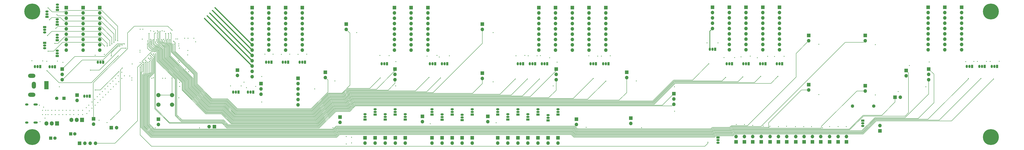
<source format=gbl>
G04 #@! TF.GenerationSoftware,KiCad,Pcbnew,7.0.9*
G04 #@! TF.CreationDate,2024-04-05T10:46:57+01:00*
G04 #@! TF.ProjectId,mcpElectronicsv2,6d637045-6c65-4637-9472-6f6e69637376,rev?*
G04 #@! TF.SameCoordinates,Original*
G04 #@! TF.FileFunction,Copper,L4,Bot*
G04 #@! TF.FilePolarity,Positive*
%FSLAX46Y46*%
G04 Gerber Fmt 4.6, Leading zero omitted, Abs format (unit mm)*
G04 Created by KiCad (PCBNEW 7.0.9) date 2024-04-05 10:46:57*
%MOMM*%
%LPD*%
G01*
G04 APERTURE LIST*
G04 #@! TA.AperFunction,ComponentPad*
%ADD10R,1.700000X1.700000*%
G04 #@! TD*
G04 #@! TA.AperFunction,ComponentPad*
%ADD11O,1.700000X1.700000*%
G04 #@! TD*
G04 #@! TA.AperFunction,ComponentPad*
%ADD12C,2.000000*%
G04 #@! TD*
G04 #@! TA.AperFunction,ComponentPad*
%ADD13R,1.050000X1.500000*%
G04 #@! TD*
G04 #@! TA.AperFunction,ComponentPad*
%ADD14O,1.050000X1.500000*%
G04 #@! TD*
G04 #@! TA.AperFunction,ComponentPad*
%ADD15R,1.500000X1.050000*%
G04 #@! TD*
G04 #@! TA.AperFunction,ComponentPad*
%ADD16O,1.500000X1.050000*%
G04 #@! TD*
G04 #@! TA.AperFunction,ComponentPad*
%ADD17R,1.905000X2.000000*%
G04 #@! TD*
G04 #@! TA.AperFunction,ComponentPad*
%ADD18O,1.905000X2.000000*%
G04 #@! TD*
G04 #@! TA.AperFunction,ComponentPad*
%ADD19R,2.000000X4.000000*%
G04 #@! TD*
G04 #@! TA.AperFunction,ComponentPad*
%ADD20O,2.000000X3.300000*%
G04 #@! TD*
G04 #@! TA.AperFunction,ComponentPad*
%ADD21O,3.500000X2.000000*%
G04 #@! TD*
G04 #@! TA.AperFunction,ComponentPad*
%ADD22C,7.600000*%
G04 #@! TD*
G04 #@! TA.AperFunction,ComponentPad*
%ADD23R,1.600000X1.600000*%
G04 #@! TD*
G04 #@! TA.AperFunction,ComponentPad*
%ADD24C,1.600000*%
G04 #@! TD*
G04 #@! TA.AperFunction,ComponentPad*
%ADD25O,1.600000X1.600000*%
G04 #@! TD*
G04 #@! TA.AperFunction,ComponentPad*
%ADD26O,2.100000X1.000000*%
G04 #@! TD*
G04 #@! TA.AperFunction,ComponentPad*
%ADD27O,1.600000X1.000000*%
G04 #@! TD*
G04 #@! TA.AperFunction,ViaPad*
%ADD28C,0.450000*%
G04 #@! TD*
G04 #@! TA.AperFunction,Conductor*
%ADD29C,0.300000*%
G04 #@! TD*
G04 #@! TA.AperFunction,Conductor*
%ADD30C,0.200000*%
G04 #@! TD*
G04 #@! TA.AperFunction,Conductor*
%ADD31C,0.500000*%
G04 #@! TD*
G04 APERTURE END LIST*
D10*
X460000000Y-275290000D03*
D11*
X460000000Y-272750000D03*
D12*
X139250000Y-253000000D03*
X145750000Y-253000000D03*
X139250000Y-257500000D03*
X145750000Y-257500000D03*
D10*
X464000000Y-275275000D03*
D11*
X464000000Y-272735000D03*
D13*
X354300000Y-238000000D03*
D14*
X353030000Y-238000000D03*
X351760000Y-238000000D03*
D13*
X534020000Y-239260000D03*
D14*
X532750000Y-239260000D03*
X531480000Y-239260000D03*
D10*
X252300000Y-240500000D03*
D11*
X252300000Y-245580000D03*
X252300000Y-243040000D03*
D10*
X363000000Y-242000000D03*
D11*
X363000000Y-244540000D03*
D13*
X277230000Y-238000000D03*
D14*
X275960000Y-238000000D03*
X274690000Y-238000000D03*
D10*
X229000000Y-219000000D03*
D11*
X229000000Y-221540000D03*
D10*
X192000000Y-211125000D03*
D11*
X192000000Y-213665000D03*
X192000000Y-216205000D03*
X192000000Y-218745000D03*
X192000000Y-221285000D03*
X192000000Y-223825000D03*
X192000000Y-226365000D03*
X192000000Y-228905000D03*
X192000000Y-231445000D03*
D10*
X111250000Y-211125000D03*
D11*
X111250000Y-213665000D03*
X111250000Y-216205000D03*
X111250000Y-218745000D03*
X111250000Y-221285000D03*
X111250000Y-223825000D03*
X111250000Y-226365000D03*
X111250000Y-228905000D03*
X111250000Y-231445000D03*
D10*
X385550000Y-252250000D03*
D11*
X385550000Y-257330000D03*
X385550000Y-254790000D03*
D10*
X177000000Y-241000000D03*
D11*
X177000000Y-243540000D03*
D10*
X507300000Y-240500000D03*
D11*
X507300000Y-245580000D03*
X507300000Y-243040000D03*
D10*
X353000000Y-211125000D03*
D11*
X353000000Y-213665000D03*
X353000000Y-216205000D03*
X353000000Y-218745000D03*
X353000000Y-221285000D03*
X353000000Y-223825000D03*
X353000000Y-226365000D03*
X353000000Y-228905000D03*
X353000000Y-231445000D03*
D10*
X428000000Y-211000000D03*
D11*
X428000000Y-213540000D03*
X428000000Y-216080000D03*
X428000000Y-218620000D03*
X428000000Y-221160000D03*
X428000000Y-223700000D03*
X428000000Y-226240000D03*
X428000000Y-228780000D03*
X428000000Y-231320000D03*
D10*
X306200000Y-273325000D03*
D11*
X306200000Y-275865000D03*
D10*
X108250000Y-264325000D03*
D11*
X108250000Y-266865000D03*
D10*
X238000000Y-273325000D03*
D11*
X238000000Y-275865000D03*
D13*
X248500000Y-238000000D03*
D14*
X247230000Y-238000000D03*
X245960000Y-238000000D03*
D10*
X184000000Y-211125000D03*
D11*
X184000000Y-213665000D03*
X184000000Y-216205000D03*
X184000000Y-218745000D03*
X184000000Y-221285000D03*
X184000000Y-223825000D03*
X184000000Y-226365000D03*
X184000000Y-228905000D03*
X184000000Y-231445000D03*
X184000000Y-233985000D03*
X184000000Y-236525000D03*
X184000000Y-239065000D03*
X184000000Y-241605000D03*
X184000000Y-244145000D03*
D13*
X184520000Y-251500000D03*
D14*
X183250000Y-251500000D03*
X181980000Y-251500000D03*
D13*
X324980000Y-238000000D03*
D14*
X323710000Y-238000000D03*
X322440000Y-238000000D03*
D15*
X315800000Y-264670000D03*
D16*
X315800000Y-263400000D03*
X315800000Y-262130000D03*
D15*
X270000000Y-262270000D03*
D16*
X270000000Y-261000000D03*
X270000000Y-259730000D03*
D10*
X450000000Y-224460000D03*
D11*
X450000000Y-227000000D03*
D15*
X311000000Y-262290000D03*
D16*
X311000000Y-261020000D03*
X311000000Y-259750000D03*
D15*
X320600000Y-262290000D03*
D16*
X320600000Y-261020000D03*
X320600000Y-259750000D03*
D10*
X325400000Y-273325000D03*
D11*
X325400000Y-275865000D03*
D10*
X265400000Y-263125000D03*
D11*
X265400000Y-265665000D03*
D15*
X242800000Y-262270000D03*
D16*
X242800000Y-261000000D03*
X242800000Y-259730000D03*
D10*
X279600000Y-273325000D03*
D11*
X279600000Y-275865000D03*
D10*
X451750000Y-275275000D03*
D11*
X451750000Y-272735000D03*
D10*
X188300000Y-247500000D03*
D11*
X188300000Y-252580000D03*
X188300000Y-250040000D03*
D17*
X90830000Y-266500000D03*
D18*
X88290000Y-266500000D03*
X85750000Y-266500000D03*
D13*
X112790000Y-237250000D03*
D14*
X111520000Y-237250000D03*
X110250000Y-237250000D03*
D19*
X85700000Y-248250000D03*
D20*
X79700000Y-248250000D03*
D21*
X78700000Y-243750000D03*
X78700000Y-252750000D03*
D10*
X329300000Y-240500000D03*
D11*
X329300000Y-245580000D03*
X329300000Y-243040000D03*
D10*
X252400000Y-273325000D03*
D11*
X252400000Y-275865000D03*
D22*
X79000000Y-213000000D03*
D15*
X306200000Y-264670000D03*
D16*
X306200000Y-263400000D03*
X306200000Y-262130000D03*
D15*
X257160000Y-264670000D03*
D16*
X257160000Y-263400000D03*
X257160000Y-262130000D03*
D13*
X429270000Y-238000000D03*
D14*
X428000000Y-238000000D03*
X426730000Y-238000000D03*
D10*
X268000000Y-211125000D03*
D11*
X268000000Y-213665000D03*
X268000000Y-216205000D03*
X268000000Y-218745000D03*
X268000000Y-221285000D03*
X268000000Y-223825000D03*
X268000000Y-226365000D03*
X268000000Y-228905000D03*
X268000000Y-231445000D03*
D10*
X139250000Y-264460000D03*
D11*
X139250000Y-267000000D03*
D13*
X106400000Y-253500000D03*
D14*
X105130000Y-253500000D03*
X103860000Y-253500000D03*
D15*
X289200000Y-262250000D03*
D16*
X289200000Y-260980000D03*
X289200000Y-259710000D03*
D10*
X208000000Y-211125000D03*
D11*
X208000000Y-213665000D03*
X208000000Y-216205000D03*
X208000000Y-218745000D03*
X208000000Y-221285000D03*
X208000000Y-223825000D03*
X208000000Y-226365000D03*
X208000000Y-228905000D03*
X208000000Y-231445000D03*
D10*
X284400000Y-273325000D03*
D11*
X284400000Y-275865000D03*
D10*
X415250000Y-275275000D03*
D11*
X415250000Y-272735000D03*
D10*
X477000000Y-224460000D03*
D11*
X477000000Y-227000000D03*
D15*
X325400000Y-265070000D03*
D16*
X325400000Y-263800000D03*
X325400000Y-262530000D03*
D10*
X491225000Y-254000000D03*
D11*
X493765000Y-254000000D03*
D10*
X226000000Y-263460000D03*
D11*
X226000000Y-266000000D03*
D10*
X419250000Y-275290000D03*
D11*
X419250000Y-272750000D03*
D22*
X79000000Y-273000000D03*
X537000000Y-213000000D03*
D10*
X484000000Y-270040000D03*
D11*
X484000000Y-267500000D03*
D13*
X193270000Y-237250000D03*
D14*
X192000000Y-237250000D03*
X190730000Y-237250000D03*
D10*
X289200000Y-273325000D03*
D11*
X289200000Y-275865000D03*
D15*
X90860000Y-219270000D03*
D16*
X90860000Y-218000000D03*
X90860000Y-216730000D03*
D15*
X330200000Y-262270000D03*
D16*
X330200000Y-261000000D03*
X330200000Y-259730000D03*
D15*
X247600000Y-264670000D03*
D16*
X247600000Y-263400000D03*
X247600000Y-262130000D03*
D13*
X89760000Y-239390000D03*
D14*
X88490000Y-239390000D03*
X87220000Y-239390000D03*
D10*
X315800000Y-273325000D03*
D11*
X315800000Y-275865000D03*
D10*
X206000000Y-244960000D03*
D11*
X206000000Y-247500000D03*
X206000000Y-250040000D03*
X206000000Y-252580000D03*
X206000000Y-255120000D03*
X206000000Y-257660000D03*
D13*
X528000000Y-239250000D03*
D14*
X526730000Y-239250000D03*
X525460000Y-239250000D03*
D10*
X329000000Y-211125000D03*
D11*
X329000000Y-213665000D03*
X329000000Y-216205000D03*
X329000000Y-218745000D03*
X329000000Y-221285000D03*
X329000000Y-223825000D03*
X329000000Y-226365000D03*
X329000000Y-228905000D03*
X329000000Y-231445000D03*
D10*
X477000000Y-248460000D03*
D11*
X477000000Y-251000000D03*
D13*
X437270000Y-238000000D03*
D14*
X436000000Y-238000000D03*
X434730000Y-238000000D03*
D15*
X284400000Y-264870000D03*
D16*
X284400000Y-263600000D03*
X284400000Y-262330000D03*
D13*
X348260000Y-238000000D03*
D14*
X346990000Y-238000000D03*
X345720000Y-238000000D03*
D10*
X412000000Y-211000000D03*
D11*
X412000000Y-213540000D03*
X412000000Y-216080000D03*
X412000000Y-218620000D03*
X412000000Y-221160000D03*
X412000000Y-223700000D03*
X412000000Y-226240000D03*
X412000000Y-228780000D03*
X412000000Y-231320000D03*
D23*
X97294888Y-271500000D03*
D24*
X99294888Y-271500000D03*
D22*
X537000000Y-273000000D03*
D13*
X209270000Y-237250000D03*
D14*
X208000000Y-237250000D03*
X206730000Y-237250000D03*
D10*
X242800000Y-273325000D03*
D11*
X242800000Y-275865000D03*
D10*
X496500000Y-241225000D03*
D11*
X496500000Y-243765000D03*
D15*
X84860000Y-220460000D03*
D16*
X84860000Y-221730000D03*
X84860000Y-223000000D03*
D15*
X90860000Y-234250000D03*
D16*
X90860000Y-232980000D03*
X90860000Y-231710000D03*
D13*
X319270000Y-238000000D03*
D14*
X318000000Y-238000000D03*
X316730000Y-238000000D03*
D10*
X468000000Y-275290000D03*
D11*
X468000000Y-272750000D03*
D13*
X177520000Y-251520000D03*
D14*
X176250000Y-251520000D03*
X174980000Y-251520000D03*
D13*
X82760000Y-239345000D03*
D14*
X81490000Y-239345000D03*
X80220000Y-239345000D03*
D15*
X252350000Y-262250000D03*
D16*
X252350000Y-260980000D03*
X252350000Y-259710000D03*
D10*
X116710000Y-268500000D03*
D11*
X119250000Y-268500000D03*
D23*
X94152651Y-254500000D03*
D24*
X90652651Y-254500000D03*
D10*
X260000000Y-211125000D03*
D11*
X260000000Y-213665000D03*
X260000000Y-216205000D03*
X260000000Y-218745000D03*
X260000000Y-221285000D03*
X260000000Y-223825000D03*
X260000000Y-226365000D03*
X260000000Y-228905000D03*
X260000000Y-231445000D03*
D10*
X257200000Y-273325000D03*
D11*
X257200000Y-275865000D03*
D24*
X481000000Y-258250000D03*
D25*
X470840000Y-258250000D03*
D13*
X313510000Y-238000000D03*
D14*
X312240000Y-238000000D03*
X310970000Y-238000000D03*
D10*
X507000000Y-211000000D03*
D11*
X507000000Y-213540000D03*
X507000000Y-216080000D03*
X507000000Y-218620000D03*
X507000000Y-221160000D03*
X507000000Y-223700000D03*
X507000000Y-226240000D03*
X507000000Y-228780000D03*
X507000000Y-231320000D03*
D10*
X101600000Y-276000000D03*
D11*
X104140000Y-276000000D03*
X106680000Y-276000000D03*
X109220000Y-276000000D03*
D10*
X436000000Y-211000000D03*
D11*
X436000000Y-213540000D03*
X436000000Y-216080000D03*
X436000000Y-218620000D03*
X436000000Y-221160000D03*
X436000000Y-223700000D03*
X436000000Y-226240000D03*
X436000000Y-228780000D03*
X436000000Y-231320000D03*
D10*
X200000000Y-211125000D03*
D11*
X200000000Y-213665000D03*
X200000000Y-216205000D03*
X200000000Y-218745000D03*
X200000000Y-221285000D03*
X200000000Y-223825000D03*
X200000000Y-226365000D03*
X200000000Y-228905000D03*
X200000000Y-231445000D03*
D10*
X431500000Y-275290000D03*
D11*
X431500000Y-272750000D03*
D10*
X337000000Y-211125000D03*
D11*
X337000000Y-213665000D03*
X337000000Y-216205000D03*
X337000000Y-218745000D03*
X337000000Y-221285000D03*
X337000000Y-223825000D03*
X337000000Y-226365000D03*
X337000000Y-228905000D03*
X337000000Y-231445000D03*
D10*
X447750000Y-275275000D03*
D11*
X447750000Y-272735000D03*
D10*
X320600000Y-273325000D03*
D11*
X320600000Y-275865000D03*
D10*
X439500000Y-275275000D03*
D11*
X439500000Y-272735000D03*
D15*
X90860000Y-226750000D03*
D16*
X90860000Y-225480000D03*
X90860000Y-224210000D03*
D10*
X365000000Y-264000000D03*
D11*
X365000000Y-266540000D03*
D10*
X95250000Y-211125000D03*
D11*
X95250000Y-213665000D03*
X95250000Y-216205000D03*
X95250000Y-218745000D03*
X95250000Y-221285000D03*
X95250000Y-223825000D03*
X95250000Y-226365000D03*
X95250000Y-228905000D03*
X95250000Y-231445000D03*
D13*
X540000000Y-239250000D03*
D14*
X538730000Y-239250000D03*
X537460000Y-239250000D03*
D10*
X100400000Y-253000000D03*
D11*
X100400000Y-255540000D03*
D26*
X80530000Y-257430000D03*
D27*
X76350000Y-257430000D03*
D26*
X80530000Y-266070000D03*
D27*
X76350000Y-266070000D03*
D13*
X421270000Y-238000000D03*
D14*
X420000000Y-238000000D03*
X418730000Y-238000000D03*
D10*
X515000000Y-211000000D03*
D11*
X515000000Y-213540000D03*
X515000000Y-216080000D03*
X515000000Y-218620000D03*
X515000000Y-221160000D03*
X515000000Y-223700000D03*
X515000000Y-226240000D03*
X515000000Y-228780000D03*
X515000000Y-231320000D03*
D10*
X455750000Y-275275000D03*
D11*
X455750000Y-272735000D03*
D10*
X345000000Y-211125000D03*
D11*
X345000000Y-213665000D03*
X345000000Y-216205000D03*
X345000000Y-218745000D03*
X345000000Y-221285000D03*
X345000000Y-223825000D03*
X345000000Y-226365000D03*
X345000000Y-228905000D03*
X345000000Y-231445000D03*
D15*
X301400000Y-262270000D03*
D16*
X301400000Y-261000000D03*
X301400000Y-259730000D03*
D10*
X296600000Y-263125000D03*
D11*
X296600000Y-265665000D03*
D15*
X475815000Y-265190000D03*
D16*
X475815000Y-266460000D03*
X475815000Y-267730000D03*
D10*
X103250000Y-211125000D03*
D11*
X103250000Y-213665000D03*
X103250000Y-216205000D03*
X103250000Y-218745000D03*
X103250000Y-221285000D03*
X103250000Y-223825000D03*
X103250000Y-226365000D03*
X103250000Y-228905000D03*
X103250000Y-231445000D03*
D10*
X330200000Y-273325000D03*
D11*
X330200000Y-275865000D03*
D10*
X523000000Y-211000000D03*
D11*
X523000000Y-213540000D03*
X523000000Y-216080000D03*
X523000000Y-218620000D03*
X523000000Y-221160000D03*
X523000000Y-223700000D03*
X523000000Y-226240000D03*
X523000000Y-228780000D03*
X523000000Y-231320000D03*
D10*
X270000000Y-273325000D03*
D11*
X270000000Y-275865000D03*
D17*
X102740000Y-264800000D03*
D18*
X100200000Y-264800000D03*
X97660000Y-264800000D03*
D15*
X90960000Y-212270000D03*
D16*
X90960000Y-211000000D03*
X90960000Y-209730000D03*
D15*
X86000000Y-215500000D03*
D16*
X86000000Y-214230000D03*
X86000000Y-212960000D03*
D10*
X252000000Y-211125000D03*
D11*
X252000000Y-213665000D03*
X252000000Y-216205000D03*
X252000000Y-218745000D03*
X252000000Y-221285000D03*
X252000000Y-223825000D03*
X252000000Y-226365000D03*
X252000000Y-228905000D03*
X252000000Y-231445000D03*
D10*
X301400000Y-273325000D03*
D11*
X301400000Y-275865000D03*
D13*
X271460000Y-237990000D03*
D14*
X270190000Y-237990000D03*
X268920000Y-237990000D03*
D15*
X84860000Y-227960000D03*
D16*
X84860000Y-229230000D03*
X84860000Y-230500000D03*
D10*
X443750000Y-275290000D03*
D11*
X443750000Y-272750000D03*
D10*
X321000000Y-211125000D03*
D11*
X321000000Y-213665000D03*
X321000000Y-216205000D03*
X321000000Y-218745000D03*
X321000000Y-221285000D03*
X321000000Y-223825000D03*
X321000000Y-226365000D03*
X321000000Y-228905000D03*
X321000000Y-231445000D03*
D10*
X435500000Y-275275000D03*
D11*
X435500000Y-272735000D03*
D10*
X404000000Y-211000000D03*
D11*
X404000000Y-213540000D03*
X404000000Y-216080000D03*
X404000000Y-218620000D03*
X404000000Y-221160000D03*
D10*
X420000000Y-211000000D03*
D11*
X420000000Y-213540000D03*
X420000000Y-216080000D03*
X420000000Y-218620000D03*
X420000000Y-221160000D03*
X420000000Y-223700000D03*
X420000000Y-226240000D03*
X420000000Y-228780000D03*
X420000000Y-231320000D03*
D15*
X279600000Y-262270000D03*
D16*
X279600000Y-261000000D03*
X279600000Y-259730000D03*
D10*
X219000000Y-242000000D03*
D11*
X219000000Y-244540000D03*
D10*
X247600000Y-273325000D03*
D11*
X247600000Y-275865000D03*
D10*
X311000000Y-273325000D03*
D11*
X311000000Y-275865000D03*
D10*
X93300000Y-240500000D03*
D11*
X93300000Y-245580000D03*
X93300000Y-243040000D03*
D10*
X274800000Y-273325000D03*
D11*
X274800000Y-275865000D03*
D15*
X238000000Y-264670000D03*
D16*
X238000000Y-263400000D03*
X238000000Y-262130000D03*
D15*
X274750000Y-264740000D03*
D16*
X274750000Y-263470000D03*
X274750000Y-262200000D03*
D10*
X423250000Y-275290000D03*
D11*
X423250000Y-272750000D03*
D13*
X405270000Y-231000000D03*
D14*
X404000000Y-231000000D03*
X402730000Y-231000000D03*
D10*
X339000000Y-264460000D03*
D11*
X339000000Y-267000000D03*
D15*
X406640000Y-273230000D03*
D16*
X406640000Y-274500000D03*
X406640000Y-275770000D03*
D10*
X427250000Y-275290000D03*
D11*
X427250000Y-272750000D03*
D23*
X87794888Y-273500000D03*
D24*
X89794888Y-273500000D03*
D10*
X294000000Y-219000000D03*
D11*
X294000000Y-221540000D03*
D10*
X450000000Y-248000000D03*
D11*
X450000000Y-250540000D03*
D13*
X413270000Y-238000000D03*
D14*
X412000000Y-238000000D03*
X410730000Y-238000000D03*
D10*
X166000000Y-268000000D03*
D11*
X163460000Y-268000000D03*
D13*
X201250000Y-237250000D03*
D14*
X199980000Y-237250000D03*
X198710000Y-237250000D03*
D10*
X294000000Y-242460000D03*
D11*
X294000000Y-245000000D03*
D28*
X320200000Y-234200000D03*
X210100000Y-233400000D03*
X422000000Y-234300000D03*
X419200000Y-267000000D03*
X431400000Y-267900000D03*
X464000000Y-268000000D03*
X349100000Y-234300000D03*
X541000000Y-236800000D03*
X194000000Y-233400000D03*
X438200000Y-234400000D03*
X278300000Y-234200000D03*
X229000000Y-276350000D03*
X439400000Y-267900000D03*
X406600000Y-228000000D03*
X314300000Y-234000000D03*
X83980000Y-236655000D03*
X113400000Y-233500000D03*
X249500000Y-234100000D03*
X467900000Y-268000000D03*
X460000000Y-268000000D03*
X443600000Y-268000000D03*
X456600000Y-268600000D03*
X430300000Y-234400000D03*
X435500000Y-268000000D03*
X415300000Y-267000000D03*
X414600000Y-235000000D03*
X355100000Y-234200000D03*
X428200000Y-267800000D03*
X272300000Y-234000000D03*
X231500000Y-275850000D03*
X447600000Y-268000000D03*
X178800000Y-248600000D03*
X91000000Y-236700000D03*
X451300000Y-268000000D03*
X528900000Y-236900000D03*
X326200000Y-235100000D03*
X423250000Y-267400000D03*
X534900000Y-236900000D03*
X202000000Y-233400000D03*
X185700000Y-248800000D03*
X153400000Y-225800000D03*
X121750000Y-245000000D03*
X321800000Y-234100000D03*
X130500000Y-221500000D03*
X88250000Y-260250000D03*
X83900000Y-260250000D03*
X85050000Y-264000000D03*
X98750000Y-262250000D03*
X115250000Y-251500000D03*
X231500000Y-273150000D03*
X115000000Y-248750000D03*
X97000000Y-262250000D03*
X116500000Y-250250000D03*
X151800000Y-225800000D03*
X245100000Y-234000000D03*
X136100000Y-244900000D03*
X111250000Y-252500000D03*
X91750000Y-262250000D03*
X111500000Y-255250000D03*
X401400000Y-228000000D03*
X109000000Y-233900000D03*
X190100000Y-233400000D03*
X153250000Y-233750000D03*
X273400000Y-234800000D03*
X121750000Y-242050000D03*
X106000000Y-257750000D03*
X267600000Y-234300000D03*
X82650000Y-265700000D03*
X104750000Y-259000000D03*
X137000000Y-222500000D03*
X350900000Y-234300000D03*
X117750000Y-249000000D03*
X109000000Y-257750000D03*
X95250000Y-260250000D03*
X148400000Y-226100000D03*
X142000000Y-222500000D03*
X85900000Y-236800000D03*
X117500000Y-246250000D03*
X114000000Y-252750000D03*
X113750000Y-250000000D03*
X118750000Y-245000000D03*
X97000000Y-260250000D03*
X93500000Y-262250000D03*
X88250000Y-262250000D03*
X149000000Y-229400000D03*
X108750000Y-255000000D03*
X536700000Y-236900000D03*
X315900000Y-234200000D03*
X112750000Y-254000000D03*
X206000000Y-233500000D03*
X85400000Y-262250000D03*
X106250000Y-260500000D03*
X149000000Y-254250000D03*
X112500000Y-251250000D03*
X86500000Y-262250000D03*
X91750000Y-260250000D03*
X103000000Y-260250000D03*
X229000000Y-272750000D03*
X123000000Y-243750000D03*
X131750000Y-221500000D03*
X103000000Y-262250000D03*
X107500000Y-256250000D03*
X149200000Y-237300000D03*
X85400000Y-260250000D03*
X530600000Y-236900000D03*
X130400000Y-231500000D03*
X153750000Y-241750000D03*
X107500000Y-259250000D03*
X82350000Y-257800000D03*
X110000000Y-253750000D03*
X344900000Y-234200000D03*
X141300000Y-244900000D03*
X153300000Y-231600000D03*
X119000000Y-247750000D03*
X98750000Y-260250000D03*
X310100000Y-234200000D03*
X181350000Y-249400000D03*
X130500000Y-237400000D03*
X126500000Y-244750000D03*
X116250000Y-247500000D03*
X149400000Y-248800000D03*
X120000000Y-243750000D03*
X433600000Y-234500000D03*
X213900000Y-250000000D03*
X125500000Y-243800000D03*
X84350000Y-258700000D03*
X78780000Y-236555000D03*
X95250000Y-262250000D03*
X417600000Y-234700000D03*
X86500000Y-260250000D03*
X83900000Y-262250000D03*
X525000000Y-237000000D03*
X101000000Y-260250000D03*
X93500000Y-260250000D03*
X425400000Y-235100000D03*
X198000000Y-233500000D03*
X90000000Y-260250000D03*
X120250000Y-246500000D03*
X101000000Y-262250000D03*
X156200000Y-225800000D03*
X105000000Y-261750000D03*
X409500000Y-235000000D03*
X110250000Y-256500000D03*
X173700000Y-248600000D03*
X90000000Y-262250000D03*
X137750000Y-232250000D03*
X146500000Y-227250000D03*
X146750000Y-228500000D03*
X142250000Y-227000000D03*
X141750000Y-226250000D03*
X136750000Y-226500000D03*
X135750000Y-233250000D03*
X135500000Y-235250000D03*
X135250000Y-234000000D03*
X134500000Y-235250000D03*
X166250000Y-211125000D03*
X165000000Y-212500000D03*
X163750000Y-213750000D03*
X162500000Y-215000000D03*
X161250000Y-216250000D03*
X135000000Y-236750000D03*
X119750000Y-227000000D03*
X86500000Y-211250000D03*
X118750000Y-226750000D03*
X90750000Y-214500000D03*
X87200000Y-217000000D03*
X118000000Y-227750000D03*
X90250000Y-221000000D03*
X117000000Y-228500000D03*
X86250000Y-224500000D03*
X116000000Y-229250000D03*
X89750000Y-228250000D03*
X114750000Y-229500000D03*
X86500000Y-232000000D03*
X113500000Y-229500000D03*
X116750000Y-234250000D03*
X120750000Y-229500000D03*
X106750000Y-241000000D03*
X123750000Y-230500000D03*
X120000000Y-234250000D03*
X86000000Y-241250000D03*
X131000000Y-238750000D03*
X538250000Y-245250000D03*
X532250000Y-245000000D03*
X131750000Y-238250000D03*
X132000000Y-237250000D03*
X526250000Y-245000000D03*
X142750000Y-223500000D03*
X274000000Y-244750000D03*
X143500000Y-226250000D03*
X268500000Y-244500000D03*
X245250000Y-244750000D03*
X145000000Y-223250000D03*
X137750000Y-223250000D03*
X353000000Y-246250000D03*
X347000000Y-245000000D03*
X137750000Y-227500000D03*
X321250000Y-245250000D03*
X138750000Y-222250000D03*
X315500000Y-245250000D03*
X140000000Y-222500000D03*
X309750000Y-245250000D03*
X140750000Y-226500000D03*
X410250000Y-244500000D03*
X134750000Y-223500000D03*
X418500000Y-244250000D03*
X135000000Y-227500000D03*
X427000000Y-244000000D03*
X134250000Y-227000000D03*
X134000000Y-228500000D03*
X435250000Y-244000000D03*
X135500000Y-226250000D03*
X402250000Y-238000000D03*
X109000000Y-250500000D03*
X120250000Y-241750000D03*
X130500000Y-239500000D03*
X401750000Y-275500000D03*
X145750000Y-244750000D03*
X122000000Y-240000000D03*
X116500000Y-264750000D03*
X145750000Y-222000000D03*
X134250000Y-237250000D03*
X133000000Y-237250000D03*
X133000000Y-236250000D03*
X123000000Y-228500000D03*
X122000000Y-229000000D03*
X138750000Y-223250000D03*
X138500000Y-226500000D03*
X137750000Y-233250000D03*
X136750000Y-233250000D03*
X144750000Y-226500000D03*
X144000000Y-223500000D03*
X370100000Y-268500000D03*
X136900000Y-244700000D03*
X269090000Y-266675000D03*
X157000000Y-227500000D03*
X180100000Y-246800000D03*
X327900000Y-248600000D03*
X252600000Y-248600000D03*
X188600000Y-256300000D03*
X126700000Y-238100000D03*
X492700000Y-251300000D03*
X110900000Y-265000000D03*
X498100000Y-238800000D03*
X507500000Y-237100000D03*
X481800000Y-228800000D03*
X137700000Y-268600000D03*
X385900000Y-260700000D03*
X223600000Y-246200000D03*
X505900000Y-249000000D03*
X329700000Y-237200000D03*
X343600000Y-268400000D03*
X299200000Y-223100000D03*
X152250000Y-240500000D03*
X93600000Y-237300000D03*
X147600000Y-226100000D03*
X367600000Y-246200000D03*
X114700000Y-266100000D03*
X149200000Y-230500000D03*
X188600000Y-244100000D03*
X91900000Y-249000000D03*
X130400000Y-232400000D03*
X481800000Y-252900000D03*
X126500000Y-245750000D03*
X148700000Y-236600000D03*
X300600000Y-266200000D03*
X149350000Y-246850000D03*
X149000000Y-228500000D03*
X131500000Y-226200000D03*
X142509380Y-244900000D03*
X299200000Y-246600000D03*
X135500000Y-222250000D03*
X252700000Y-237000000D03*
X158900000Y-268600000D03*
X141000000Y-222250000D03*
X454800000Y-252700000D03*
X385800000Y-249000000D03*
X222600000Y-268500000D03*
X454800000Y-228700000D03*
X234000000Y-223100000D03*
D29*
X402730000Y-231000000D02*
X402730000Y-222430000D01*
X402730000Y-222430000D02*
X404000000Y-221160000D01*
D30*
X129250000Y-265250000D02*
X118500000Y-276000000D01*
X130830000Y-238170000D02*
X130759756Y-238170000D01*
X135929756Y-232250000D02*
X131420000Y-236759756D01*
X137750000Y-232250000D02*
X135929756Y-232250000D01*
X118500000Y-276000000D02*
X109220000Y-276000000D01*
X131420000Y-236759756D02*
X131420000Y-237580000D01*
X129250000Y-239679756D02*
X129250000Y-265250000D01*
X131420000Y-237580000D02*
X130830000Y-238170000D01*
X130759756Y-238170000D02*
X129250000Y-239679756D01*
X146500000Y-227250000D02*
X147349822Y-228099822D01*
X212250000Y-259500000D02*
X220250000Y-251500000D01*
X147349822Y-232099822D02*
X157750000Y-242500000D01*
X157750000Y-247650396D02*
X164849604Y-254750000D01*
X164849604Y-254750000D02*
X172270826Y-254750000D01*
X157750000Y-242500000D02*
X157750000Y-247650396D01*
X220250000Y-251500000D02*
X220250000Y-245790000D01*
X147349822Y-228099822D02*
X147349822Y-232099822D01*
X177020826Y-259500000D02*
X212250000Y-259500000D01*
X220250000Y-245790000D02*
X219000000Y-244540000D01*
X172270826Y-254750000D02*
X177020826Y-259500000D01*
X164683918Y-255150000D02*
X157350000Y-247816081D01*
X229000000Y-221540000D02*
X230750000Y-223290000D01*
X176855140Y-259900000D02*
X172105140Y-255150000D01*
X230750000Y-223290000D02*
X230750000Y-248250000D01*
X146750000Y-232065686D02*
X146750000Y-228500000D01*
X172105140Y-255150000D02*
X164683918Y-255150000D01*
X157350000Y-247816081D02*
X157350000Y-242665686D01*
X157350000Y-242665686D02*
X146750000Y-232065686D01*
X227000000Y-252000000D02*
X220315685Y-252000000D01*
X212415685Y-259900000D02*
X176855140Y-259900000D01*
X230750000Y-248250000D02*
X227000000Y-252000000D01*
X220315685Y-252000000D02*
X212415685Y-259900000D01*
X144200000Y-229657217D02*
X144200000Y-234460153D01*
X142250000Y-227707218D02*
X144200000Y-229657217D01*
X154950000Y-248810198D02*
X163689802Y-257550000D01*
X270500000Y-251750000D02*
X294000000Y-228250000D01*
X154950000Y-245210153D02*
X154950000Y-248810198D01*
X163689802Y-257550000D02*
X171111024Y-257550000D01*
X230644111Y-251750000D02*
X270500000Y-251750000D01*
X221309800Y-254400000D02*
X227994110Y-254400000D01*
X294000000Y-228250000D02*
X294000000Y-221540000D01*
X171111024Y-257550000D02*
X175861024Y-262300000D01*
X142250000Y-227000000D02*
X142250000Y-227707218D01*
X227994110Y-254400000D02*
X230644111Y-251750000D01*
X213409799Y-262300000D02*
X221309800Y-254400000D01*
X175861024Y-262300000D02*
X213409799Y-262300000D01*
X144200000Y-234460153D02*
X154950000Y-245210153D01*
X228159795Y-254800000D02*
X230809797Y-252150000D01*
X141330000Y-226670000D02*
X141330000Y-227352903D01*
X141330000Y-227352903D02*
X143800000Y-229822903D01*
X154550000Y-248975883D02*
X163524116Y-257950000D01*
X221475486Y-254800000D02*
X228159795Y-254800000D01*
X289350000Y-252150000D02*
X294000000Y-247500000D01*
X170945338Y-257950000D02*
X175695338Y-262700000D01*
X163524116Y-257950000D02*
X170945338Y-257950000D01*
X141750000Y-226250000D02*
X141330000Y-226670000D01*
X230809797Y-252150000D02*
X289350000Y-252150000D01*
X154550000Y-245375839D02*
X154550000Y-248975883D01*
X175695338Y-262700000D02*
X213575484Y-262700000D01*
X213575484Y-262700000D02*
X221475486Y-254800000D01*
X143800000Y-234625839D02*
X154550000Y-245375839D01*
X294000000Y-247500000D02*
X294000000Y-245000000D01*
X143800000Y-229822903D02*
X143800000Y-234625839D01*
X151350000Y-250301372D02*
X162198628Y-261150000D01*
X140500000Y-235851326D02*
X151350000Y-246701326D01*
X138798673Y-229650000D02*
X140500000Y-231351330D01*
X363000000Y-251750000D02*
X363000000Y-244540000D01*
X137762904Y-229650000D02*
X138798673Y-229650000D01*
X359400000Y-255350000D02*
X363000000Y-251750000D01*
X136750000Y-226500000D02*
X136500000Y-226750000D01*
X169619850Y-261150000D02*
X174369850Y-265900000D01*
X136500000Y-226750000D02*
X136500000Y-228387096D01*
X151350000Y-246701326D02*
X151350000Y-250301372D01*
X136500000Y-228387096D02*
X137762904Y-229650000D01*
X229485284Y-258000000D02*
X232135285Y-255350000D01*
X162198628Y-261150000D02*
X169619850Y-261150000D01*
X140500000Y-231351330D02*
X140500000Y-235851326D01*
X214900973Y-265900000D02*
X222800974Y-258000000D01*
X232135285Y-255350000D02*
X359400000Y-255350000D01*
X222800974Y-258000000D02*
X229485284Y-258000000D01*
X174369850Y-265900000D02*
X214900973Y-265900000D01*
X443950000Y-244300000D02*
X420664999Y-267585001D01*
X403933142Y-268405001D02*
X403258143Y-269080000D01*
X412188144Y-268405000D02*
X403933142Y-268405001D01*
X137336860Y-269180000D02*
X134900000Y-266743140D01*
X224120244Y-267800000D02*
X222740244Y-269180000D01*
X420664999Y-267585001D02*
X413008143Y-267585001D01*
X134900000Y-266743140D02*
X134900000Y-244625488D01*
X413008143Y-267585001D02*
X412188144Y-268405000D01*
X222740244Y-269180000D02*
X137336860Y-269180000D01*
X450000000Y-227000000D02*
X443950000Y-233050000D01*
X339453654Y-269080000D02*
X338173654Y-267800000D01*
X403258143Y-269080000D02*
X339453654Y-269080000D01*
X137100000Y-234600000D02*
X135750000Y-233250000D01*
X137100000Y-242425488D02*
X137100000Y-234600000D01*
X338173654Y-267800000D02*
X224120244Y-267800000D01*
X134900000Y-244625488D02*
X137100000Y-242425488D01*
X443950000Y-233050000D02*
X443950000Y-244300000D01*
X137005489Y-269980000D02*
X223071616Y-269980000D01*
X135500000Y-235250000D02*
X136250000Y-236000000D01*
X404264513Y-269205001D02*
X412519514Y-269205000D01*
X413339513Y-268385001D02*
X431064757Y-268385001D01*
X134100000Y-267074512D02*
X137005489Y-269980000D01*
X337842282Y-268600000D02*
X339122282Y-269880000D01*
X403589513Y-269880000D02*
X404264513Y-269205001D01*
X339122282Y-269880000D02*
X403589513Y-269880000D01*
X134100000Y-244294116D02*
X134100000Y-267074512D01*
X430820000Y-268140244D02*
X430820000Y-266180000D01*
X446460000Y-250540000D02*
X450000000Y-250540000D01*
X412519514Y-269205000D02*
X413339513Y-268385001D01*
X136250000Y-242144116D02*
X134100000Y-244294116D01*
X136250000Y-236000000D02*
X136250000Y-242144116D01*
X430820000Y-266180000D02*
X446460000Y-250540000D01*
X223071616Y-269980000D02*
X224451616Y-268600000D01*
X224451616Y-268600000D02*
X337842282Y-268600000D01*
X431064757Y-268385001D02*
X430820000Y-268140244D01*
X134500000Y-244459802D02*
X134500000Y-266908826D01*
X467411522Y-227750000D02*
X476250000Y-227750000D01*
X476250000Y-227750000D02*
X477000000Y-227000000D01*
X403423828Y-269480000D02*
X404098828Y-268805001D01*
X338007968Y-268200000D02*
X339287968Y-269480000D01*
X137171174Y-269580000D02*
X222905930Y-269580000D01*
X134500000Y-266908826D02*
X137171174Y-269580000D01*
X136700000Y-235450000D02*
X136700000Y-242259802D01*
X413173828Y-267985001D02*
X427176521Y-267985001D01*
X412353829Y-268805000D02*
X413173828Y-267985001D01*
X136700000Y-242259802D02*
X134500000Y-244459802D01*
X404098828Y-268805001D02*
X412353829Y-268805000D01*
X222905930Y-269580000D02*
X224285930Y-268200000D01*
X339287968Y-269480000D02*
X403423828Y-269480000D01*
X135250000Y-234000000D02*
X136700000Y-235450000D01*
X427176521Y-267985001D02*
X467411522Y-227750000D01*
X224285930Y-268200000D02*
X338007968Y-268200000D01*
X136839804Y-270380000D02*
X223237302Y-270380000D01*
X413505199Y-268785001D02*
X456020000Y-268785001D01*
X338956596Y-270280000D02*
X403755198Y-270280000D01*
X135750000Y-242078430D02*
X133700000Y-244128430D01*
X134500000Y-235250000D02*
X135750000Y-236500000D01*
X473000000Y-251000000D02*
X477000000Y-251000000D01*
X133700000Y-244128430D02*
X133700000Y-267240198D01*
X403755198Y-270280000D02*
X404430199Y-269605001D01*
X135750000Y-236500000D02*
X135750000Y-242078430D01*
X337676596Y-269000000D02*
X338956596Y-270280000D01*
X456020000Y-267980000D02*
X473000000Y-251000000D01*
X133700000Y-267240198D02*
X136839804Y-270380000D01*
X224617302Y-269000000D02*
X337676596Y-269000000D01*
X404430199Y-269605001D02*
X412685200Y-269605000D01*
X223237302Y-270380000D02*
X224617302Y-269000000D01*
X456020000Y-268785001D02*
X456020000Y-267980000D01*
X412685200Y-269605000D02*
X413505199Y-268785001D01*
D31*
X166250000Y-211155000D02*
X166250000Y-211125000D01*
X184000000Y-228905000D02*
X166250000Y-211155000D01*
X184000000Y-231445000D02*
X165055000Y-212500000D01*
X165055000Y-212500000D02*
X165000000Y-212500000D01*
X184000000Y-233985000D02*
X163765000Y-213750000D01*
X163765000Y-213750000D02*
X163750000Y-213750000D01*
X162500000Y-215025000D02*
X162500000Y-215000000D01*
X184000000Y-236525000D02*
X162500000Y-215025000D01*
X161250000Y-216315000D02*
X161250000Y-216250000D01*
X184000000Y-239065000D02*
X161250000Y-216315000D01*
D30*
X338790911Y-270680000D02*
X403920883Y-270680000D01*
X413670884Y-269185001D02*
X469379313Y-269185001D01*
X337510911Y-269400000D02*
X338790911Y-270680000D01*
X135000000Y-236750000D02*
X135000000Y-242262744D01*
X133300000Y-243962744D02*
X133300000Y-267405884D01*
X491225000Y-256275000D02*
X491225000Y-254000000D01*
X224782988Y-269400000D02*
X337510911Y-269400000D01*
X403920883Y-270680000D02*
X404595884Y-270005001D01*
X223402988Y-270780000D02*
X224782988Y-269400000D01*
X412850885Y-270005000D02*
X413670884Y-269185001D01*
X469379313Y-269185001D02*
X475964315Y-262600000D01*
X133300000Y-267405884D02*
X136674119Y-270780000D01*
X135000000Y-242262744D02*
X133300000Y-243962744D01*
X136674119Y-270780000D02*
X223402988Y-270780000D01*
X484900000Y-262600000D02*
X491225000Y-256275000D01*
X404595884Y-270005001D02*
X412850885Y-270005000D01*
X475964315Y-262600000D02*
X484900000Y-262600000D01*
X94088654Y-213200000D02*
X88450000Y-213200000D01*
X88450000Y-213200000D02*
X86500000Y-211250000D01*
X119750000Y-227000000D02*
X119750000Y-220000000D01*
X119750000Y-220000000D02*
X112265000Y-212515000D01*
X94773654Y-212515000D02*
X94088654Y-213200000D01*
X112265000Y-212515000D02*
X94773654Y-212515000D01*
X91250000Y-215000000D02*
X90750000Y-214500000D01*
X111911346Y-215000000D02*
X91250000Y-215000000D01*
X118750000Y-226750000D02*
X118750000Y-221838654D01*
X118750000Y-221838654D02*
X111911346Y-215000000D01*
X94095000Y-217595000D02*
X111845000Y-217595000D01*
X118000000Y-223750000D02*
X118000000Y-227750000D01*
X111845000Y-217595000D02*
X118000000Y-223750000D01*
X88295000Y-215905000D02*
X92405000Y-215905000D01*
X92405000Y-215905000D02*
X94095000Y-217595000D01*
X87200000Y-217000000D02*
X88295000Y-215905000D01*
X91115000Y-220135000D02*
X90250000Y-221000000D01*
X117000000Y-225408654D02*
X111726346Y-220135000D01*
X111726346Y-220135000D02*
X91115000Y-220135000D01*
X117000000Y-228500000D02*
X117000000Y-225408654D01*
X111551346Y-222500000D02*
X111250000Y-222500000D01*
X88250000Y-222500000D02*
X86250000Y-224500000D01*
X116000000Y-229250000D02*
X116000000Y-226948654D01*
X116000000Y-226948654D02*
X111551346Y-222500000D01*
X111250000Y-222500000D02*
X88250000Y-222500000D01*
X114750000Y-229500000D02*
X114750000Y-228238654D01*
X95250000Y-225215000D02*
X94270000Y-225215000D01*
X94270000Y-225215000D02*
X91235000Y-228250000D01*
X114750000Y-228238654D02*
X111726346Y-225215000D01*
X91235000Y-228250000D02*
X89750000Y-228250000D01*
X111726346Y-225215000D02*
X95250000Y-225215000D01*
X111726346Y-227755000D02*
X113471346Y-229500000D01*
X86500000Y-232000000D02*
X89178274Y-232000000D01*
X111250000Y-227755000D02*
X111726346Y-227755000D01*
X89178274Y-232000000D02*
X93423274Y-227755000D01*
X113471346Y-229500000D02*
X113500000Y-229500000D01*
X93423274Y-227755000D02*
X111250000Y-227755000D01*
X116750000Y-234250000D02*
X116750000Y-232750000D01*
X120000000Y-229500000D02*
X120750000Y-229500000D01*
X116750000Y-232750000D02*
X120000000Y-229500000D01*
X111080000Y-241000000D02*
X121580000Y-230500000D01*
X121580000Y-230500000D02*
X123750000Y-230500000D01*
X106750000Y-241000000D02*
X111080000Y-241000000D01*
X91750000Y-247000000D02*
X107250000Y-247000000D01*
X107250000Y-247000000D02*
X120000000Y-234250000D01*
X86000000Y-241250000D02*
X91750000Y-247000000D01*
X475980685Y-271585000D02*
X414665000Y-271585000D01*
X130900000Y-242000000D02*
X131080000Y-241820000D01*
X135680001Y-273180000D02*
X130900000Y-268400000D01*
X131080000Y-238830000D02*
X131000000Y-238750000D01*
X404914999Y-273080000D02*
X337796801Y-273080000D01*
X414665000Y-271585000D02*
X413845000Y-272405000D01*
X482255686Y-265310000D02*
X475980685Y-271585000D01*
X405590000Y-272405000D02*
X404914999Y-273080000D01*
X413845000Y-272405000D02*
X405590000Y-272405000D01*
X130900000Y-268400000D02*
X130900000Y-242000000D01*
X337796801Y-273080000D02*
X336516801Y-271800000D01*
X131080000Y-241820000D02*
X131080000Y-238830000D01*
X518190000Y-265310000D02*
X482255686Y-265310000D01*
X336516801Y-271800000D02*
X225777100Y-271800000D01*
X538250000Y-245250000D02*
X518190000Y-265310000D01*
X224397100Y-273180000D02*
X135680001Y-273180000D01*
X225777100Y-271800000D02*
X224397100Y-273180000D01*
X404749314Y-272680000D02*
X405424314Y-272005000D01*
X131750000Y-238250000D02*
X131750000Y-241715686D01*
X405424314Y-272005000D02*
X413679314Y-272005000D01*
X336682486Y-271400000D02*
X337962486Y-272680000D01*
X135845687Y-272780000D02*
X224231415Y-272780000D01*
X413679314Y-272005000D02*
X414499314Y-271185000D01*
X475815000Y-271185000D02*
X482090000Y-264910000D01*
X482090000Y-264910000D02*
X512340000Y-264910000D01*
X414499314Y-271185000D02*
X475815000Y-271185000D01*
X224231415Y-272780000D02*
X225611415Y-271400000D01*
X131300000Y-242165686D02*
X131300000Y-268234314D01*
X131300000Y-268234314D02*
X135845687Y-272780000D01*
X337962486Y-272680000D02*
X404749314Y-272680000D01*
X512340000Y-264910000D02*
X532250000Y-245000000D01*
X131750000Y-241715686D02*
X131300000Y-242165686D01*
X225611415Y-271400000D02*
X336682486Y-271400000D01*
X131700000Y-243300000D02*
X132330000Y-242670000D01*
X413513628Y-271605000D02*
X405258628Y-271605000D01*
X404583628Y-272280000D02*
X338128171Y-272280000D01*
X225445729Y-271000000D02*
X224065729Y-272380000D01*
X405258628Y-271605000D02*
X404583628Y-272280000D01*
X414333628Y-270785000D02*
X413513628Y-271605000D01*
X481924314Y-264510000D02*
X475649314Y-270785000D01*
X526250000Y-245000000D02*
X526250000Y-245250000D01*
X132330000Y-237580000D02*
X132000000Y-237250000D01*
X136011373Y-272380000D02*
X131700000Y-268068628D01*
X475649314Y-270785000D02*
X414333628Y-270785000D01*
X336848171Y-271000000D02*
X225445729Y-271000000D01*
X506990000Y-264510000D02*
X481924314Y-264510000D01*
X338128171Y-272280000D02*
X336848171Y-271000000D01*
X131700000Y-268068628D02*
X131700000Y-243300000D01*
X526250000Y-245250000D02*
X506990000Y-264510000D01*
X132330000Y-242670000D02*
X132330000Y-237580000D01*
X224065729Y-272380000D02*
X136011373Y-272380000D01*
X171276710Y-257150000D02*
X176026710Y-261900000D01*
X163855488Y-257150000D02*
X171276710Y-257150000D01*
X155350000Y-245044467D02*
X155350000Y-248644512D01*
X227828425Y-254000000D02*
X230478425Y-251350000D01*
X267400000Y-251350000D02*
X274000000Y-244750000D01*
X144600000Y-234294467D02*
X155350000Y-245044467D01*
X213244114Y-261900000D02*
X221144114Y-254000000D01*
X176026710Y-261900000D02*
X213244114Y-261900000D01*
X155350000Y-248644512D02*
X163855488Y-257150000D01*
X143054234Y-227945766D02*
X144600000Y-229491532D01*
X142750000Y-223500000D02*
X142750000Y-226500000D01*
X144600000Y-229491532D02*
X144600000Y-234294467D01*
X143054234Y-226804234D02*
X143054234Y-227945766D01*
X221144114Y-254000000D02*
X227828425Y-254000000D01*
X230478425Y-251350000D02*
X267400000Y-251350000D01*
X142750000Y-226500000D02*
X143054234Y-226804234D01*
X171442396Y-256750000D02*
X164021174Y-256750000D01*
X155750000Y-248478823D02*
X155750000Y-244878781D01*
X220978429Y-253600000D02*
X213078429Y-261500000D01*
X227662740Y-253600000D02*
X220978429Y-253600000D01*
X230312742Y-250950000D02*
X227662740Y-253600000D01*
X145000000Y-234128781D02*
X145000000Y-229325846D01*
X155750000Y-244878781D02*
X145000000Y-234128781D01*
X145000000Y-229325846D02*
X143500000Y-227825846D01*
X262050000Y-250950000D02*
X230312742Y-250950000D01*
X213078429Y-261500000D02*
X176192396Y-261500000D01*
X176192396Y-261500000D02*
X171442396Y-256750000D01*
X143500000Y-227825846D02*
X143500000Y-226250000D01*
X164021174Y-256750000D02*
X155750000Y-248478823D01*
X268500000Y-244500000D02*
X262050000Y-250950000D01*
X145330000Y-223580000D02*
X145330000Y-227958788D01*
X212581370Y-260300000D02*
X220481371Y-252400000D01*
X227165685Y-252400000D02*
X229815685Y-249750000D01*
X164518232Y-255550000D02*
X171939454Y-255550000D01*
X146200000Y-232081372D02*
X156950000Y-242831372D01*
X171939454Y-255550000D02*
X176689454Y-260300000D01*
X145000000Y-223250000D02*
X145330000Y-223580000D01*
X156950000Y-247981767D02*
X164518232Y-255550000D01*
X229815685Y-249750000D02*
X240250000Y-249750000D01*
X220481371Y-252400000D02*
X227165685Y-252400000D01*
X156950000Y-242831372D02*
X156950000Y-247981767D01*
X145330000Y-227958788D02*
X146200000Y-228828790D01*
X146200000Y-228828790D02*
X146200000Y-232081372D01*
X240250000Y-249750000D02*
X245250000Y-244750000D01*
X176689454Y-260300000D02*
X212581370Y-260300000D01*
X353000000Y-246250000D02*
X344300000Y-254950000D01*
X151750000Y-246535640D02*
X140900000Y-235685640D01*
X174535536Y-265500000D02*
X169785536Y-260750000D01*
X229319595Y-257600000D02*
X222635288Y-257600000D01*
X214735288Y-265500000D02*
X174535536Y-265500000D01*
X151750000Y-250135683D02*
X151750000Y-246535640D01*
X162364314Y-260750000D02*
X151750000Y-250135683D01*
X138964359Y-229250001D02*
X138000001Y-229250001D01*
X137330000Y-226740244D02*
X137330000Y-223670000D01*
X137000000Y-228250000D02*
X137000000Y-227070244D01*
X137330000Y-223670000D02*
X137750000Y-223250000D01*
X169785536Y-260750000D02*
X162364314Y-260750000D01*
X140900000Y-231185645D02*
X138964359Y-229250001D01*
X344300000Y-254950000D02*
X231969599Y-254950000D01*
X138000001Y-229250001D02*
X137000000Y-228250000D01*
X140900000Y-235685640D02*
X140900000Y-231185645D01*
X231969599Y-254950000D02*
X229319595Y-257600000D01*
X222635288Y-257600000D02*
X214735288Y-265500000D01*
X137000000Y-227070244D02*
X137330000Y-226740244D01*
X141300000Y-235519954D02*
X152150000Y-246369954D01*
X222469602Y-257200000D02*
X229153910Y-257200000D01*
X137750000Y-227500000D02*
X137750000Y-228000000D01*
X214569599Y-265100000D02*
X222469602Y-257200000D01*
X231803913Y-254550000D02*
X337450000Y-254550000D01*
X141300000Y-231019960D02*
X141300000Y-235519954D01*
X162530000Y-260350000D02*
X169951222Y-260350000D01*
X138500000Y-228750000D02*
X139030040Y-228750000D01*
X229153910Y-257200000D02*
X231803913Y-254550000D01*
X174701222Y-265100000D02*
X214569599Y-265100000D01*
X152150000Y-249969998D02*
X162530000Y-260350000D01*
X139030040Y-228750000D02*
X141300000Y-231019960D01*
X169951222Y-260350000D02*
X174701222Y-265100000D01*
X137750000Y-228000000D02*
X138500000Y-228750000D01*
X337450000Y-254550000D02*
X347000000Y-245000000D01*
X152150000Y-246369954D02*
X152150000Y-249969998D01*
X170448280Y-259150000D02*
X163027058Y-259150000D01*
X321250000Y-245250000D02*
X313150000Y-253350000D01*
X228656855Y-256000000D02*
X221972544Y-256000000D01*
X142500000Y-235022897D02*
X142500000Y-230219958D01*
X175198280Y-263900000D02*
X170448280Y-259150000D01*
X142500000Y-230219958D02*
X139500000Y-227219958D01*
X139500000Y-227219958D02*
X139500000Y-223000000D01*
X153350000Y-249472940D02*
X153350000Y-245872897D01*
X139500000Y-223000000D02*
X138750000Y-222250000D01*
X153350000Y-245872897D02*
X142500000Y-235022897D01*
X231306855Y-253350000D02*
X228656855Y-256000000D01*
X313150000Y-253350000D02*
X231306855Y-253350000D01*
X221972544Y-256000000D02*
X214072544Y-263900000D01*
X214072544Y-263900000D02*
X175198280Y-263900000D01*
X163027058Y-259150000D02*
X153350000Y-249472940D01*
X163192744Y-258750000D02*
X170613966Y-258750000D01*
X153750000Y-249307255D02*
X163192744Y-258750000D01*
X143000000Y-230154273D02*
X143000000Y-234957211D01*
X228491165Y-255600000D02*
X231141169Y-252950000D01*
X143000000Y-234957211D02*
X153750000Y-245707211D01*
X221806858Y-255600000D02*
X228491165Y-255600000D01*
X140000000Y-227154273D02*
X143000000Y-230154273D01*
X140000000Y-222500000D02*
X140000000Y-227154273D01*
X307800000Y-252950000D02*
X315500000Y-245250000D01*
X170613966Y-258750000D02*
X175363966Y-263500000D01*
X213906854Y-263500000D02*
X221806858Y-255600000D01*
X175363966Y-263500000D02*
X213906854Y-263500000D01*
X231141169Y-252950000D02*
X307800000Y-252950000D01*
X153750000Y-245707211D02*
X153750000Y-249307255D01*
X213741169Y-263100000D02*
X221641172Y-255200000D01*
X170779652Y-258350000D02*
X175529652Y-263100000D01*
X143400000Y-229988588D02*
X143400000Y-234791525D01*
X140750000Y-227338587D02*
X143400000Y-229988588D01*
X154150000Y-245541525D02*
X154150000Y-249141569D01*
X143400000Y-234791525D02*
X154150000Y-245541525D01*
X230975483Y-252550000D02*
X302450000Y-252550000D01*
X175529652Y-263100000D02*
X213741169Y-263100000D01*
X221641172Y-255200000D02*
X228325480Y-255200000D01*
X228325480Y-255200000D02*
X230975483Y-252550000D01*
X302450000Y-252550000D02*
X309750000Y-245250000D01*
X163358430Y-258350000D02*
X170779652Y-258350000D01*
X140750000Y-226500000D02*
X140750000Y-227338587D01*
X154150000Y-249141569D02*
X163358430Y-258350000D01*
X169288478Y-261950000D02*
X174038478Y-266700000D01*
X229816654Y-258800000D02*
X232466655Y-256150000D01*
X135580000Y-227259756D02*
X135580000Y-229330000D01*
X135580000Y-229330000D02*
X136700000Y-230450000D01*
X385652942Y-246150000D02*
X408600000Y-246150000D01*
X138467302Y-230450000D02*
X139700000Y-231682700D01*
X150550000Y-247032698D02*
X150550000Y-250632743D01*
X139700000Y-231682700D02*
X139700000Y-236182698D01*
X232466655Y-256150000D02*
X375652941Y-256150000D01*
X134750000Y-226429756D02*
X135580000Y-227259756D01*
X223132346Y-258800000D02*
X229816654Y-258800000D01*
X134750000Y-223500000D02*
X134750000Y-226429756D01*
X408600000Y-246150000D02*
X410250000Y-244500000D01*
X150550000Y-250632743D02*
X161867256Y-261950000D01*
X136700000Y-230450000D02*
X138467302Y-230450000D01*
X139700000Y-236182698D02*
X150550000Y-247032698D01*
X161867256Y-261950000D02*
X169288478Y-261950000D01*
X375652941Y-256150000D02*
X385652942Y-246150000D01*
X215232343Y-266700000D02*
X223132346Y-258800000D01*
X174038478Y-266700000D02*
X215232343Y-266700000D01*
X416200000Y-246550000D02*
X418500000Y-244250000D01*
X170362742Y-264850000D02*
X172612744Y-267100000D01*
X215398032Y-267100000D02*
X223298032Y-259200000D01*
X150481372Y-264850000D02*
X170362742Y-264850000D01*
X135000000Y-227500000D02*
X135000000Y-229524192D01*
X172612744Y-267100000D02*
X215398032Y-267100000D01*
X148050000Y-262418628D02*
X150481372Y-264850000D01*
X148050000Y-245098385D02*
X148050000Y-262418628D01*
X229982339Y-259200000D02*
X232632340Y-256550000D01*
X139300000Y-231848385D02*
X139300000Y-236348384D01*
X138301616Y-230850000D02*
X139300000Y-231848385D01*
X232632340Y-256550000D02*
X375818628Y-256550000D01*
X135000000Y-229524192D02*
X136325808Y-230850000D01*
X136325808Y-230850000D02*
X138301616Y-230850000D01*
X139300000Y-236348384D02*
X148050000Y-245098385D01*
X385818628Y-246550000D02*
X416200000Y-246550000D01*
X375818628Y-256550000D02*
X385818628Y-246550000D01*
X223298032Y-259200000D02*
X229982339Y-259200000D01*
X134580000Y-229830000D02*
X134580000Y-228259756D01*
X147650000Y-245264070D02*
X138900000Y-236514070D01*
X170197056Y-265250000D02*
X150315686Y-265250000D01*
X136000000Y-231250000D02*
X134580000Y-229830000D01*
X427000000Y-244000000D02*
X424050000Y-246950000D01*
X385984314Y-246950000D02*
X375984314Y-256950000D01*
X150315686Y-265250000D02*
X147650000Y-262584314D01*
X232798025Y-256950000D02*
X230148024Y-259600000D01*
X375984314Y-256950000D02*
X232798025Y-256950000D01*
X138900000Y-236514070D02*
X138900000Y-232014070D01*
X134250000Y-227929756D02*
X134250000Y-227000000D01*
X215563717Y-267500000D02*
X172447058Y-267500000D01*
X138135930Y-231250000D02*
X136000000Y-231250000D01*
X147650000Y-262584314D02*
X147650000Y-245264070D01*
X424050000Y-246950000D02*
X385984314Y-246950000D01*
X172447058Y-267500000D02*
X170197056Y-265250000D01*
X138900000Y-232014070D02*
X138135930Y-231250000D01*
X223463718Y-259600000D02*
X215563717Y-267500000D01*
X230148024Y-259600000D02*
X223463718Y-259600000D01*
X134580000Y-228259756D02*
X134250000Y-227929756D01*
X147250000Y-245429756D02*
X138500000Y-236679756D01*
X215729402Y-267900000D02*
X172281372Y-267900000D01*
X232963710Y-257350000D02*
X230313709Y-260000000D01*
X223629403Y-260000000D02*
X215729402Y-267900000D01*
X147250000Y-262750000D02*
X147250000Y-245429756D01*
X386150000Y-247350000D02*
X376149999Y-257350000D01*
X138500000Y-232179756D02*
X137990244Y-231670000D01*
X431900000Y-247350000D02*
X386150000Y-247350000D01*
X435250000Y-244000000D02*
X431900000Y-247350000D01*
X150150000Y-265650000D02*
X147250000Y-262750000D01*
X230313709Y-260000000D02*
X223629403Y-260000000D01*
X137990244Y-231670000D02*
X135170000Y-231670000D01*
X170031371Y-265650000D02*
X150150000Y-265650000D01*
X134000000Y-230500000D02*
X134000000Y-228500000D01*
X135170000Y-231670000D02*
X134000000Y-230500000D01*
X172281372Y-267900000D02*
X170031371Y-265650000D01*
X138500000Y-236679756D02*
X138500000Y-232179756D01*
X376149999Y-257350000D02*
X232963710Y-257350000D01*
X138632987Y-230050000D02*
X137300000Y-230050000D01*
X215066658Y-266300000D02*
X174204164Y-266300000D01*
X229650969Y-258400000D02*
X222966660Y-258400000D01*
X385487256Y-245750000D02*
X375487256Y-255750000D01*
X140100000Y-231517015D02*
X138632987Y-230050000D01*
X402250000Y-238000000D02*
X394500000Y-245750000D01*
X140100000Y-236017012D02*
X140100000Y-231517015D01*
X232300970Y-255750000D02*
X229650969Y-258400000D01*
X174204164Y-266300000D02*
X169454164Y-261550000D01*
X150950000Y-246867012D02*
X140100000Y-236017012D01*
X137300000Y-230050000D02*
X135980000Y-228730000D01*
X222966660Y-258400000D02*
X215066658Y-266300000D01*
X135980000Y-226730000D02*
X135500000Y-226250000D01*
X169454164Y-261550000D02*
X162032942Y-261550000D01*
X135980000Y-228730000D02*
X135980000Y-226730000D01*
X375487256Y-255750000D02*
X232300970Y-255750000D01*
X394500000Y-245750000D02*
X385487256Y-245750000D01*
X162032942Y-261550000D02*
X150950000Y-250467057D01*
X150950000Y-250467057D02*
X150950000Y-246867012D01*
X120250000Y-241750000D02*
X111500000Y-250500000D01*
X111500000Y-250500000D02*
X109000000Y-250500000D01*
X135900000Y-277400000D02*
X400350000Y-277400000D01*
X401750000Y-276000000D02*
X401750000Y-275500000D01*
X400350000Y-277400000D02*
X401750000Y-276000000D01*
X130500000Y-272000000D02*
X135900000Y-277400000D01*
X130500000Y-239500000D02*
X130500000Y-272000000D01*
X139250000Y-253000000D02*
X145750000Y-253000000D01*
X145750000Y-253000000D02*
X145750000Y-244750000D01*
X122000000Y-240000000D02*
X121000000Y-241000000D01*
X121000000Y-260250000D02*
X116500000Y-264750000D01*
X121000000Y-241000000D02*
X121000000Y-260250000D01*
X108100000Y-258100000D02*
X108250000Y-258250000D01*
X145750000Y-222000000D02*
X143750000Y-220000000D01*
X127750000Y-220000000D02*
X124500000Y-223250000D01*
X124500000Y-230750000D02*
X108100000Y-247150000D01*
X143750000Y-220000000D02*
X127750000Y-220000000D01*
X124500000Y-223250000D02*
X124500000Y-230750000D01*
X108250000Y-258250000D02*
X108250000Y-264325000D01*
X108100000Y-247150000D02*
X108100000Y-258100000D01*
X476130000Y-263000000D02*
X496000000Y-263000000D01*
X413836570Y-269585001D02*
X469544999Y-269585001D01*
X404086571Y-271080000D02*
X404761570Y-270405001D01*
X223568674Y-271180000D02*
X224948674Y-269800000D01*
X132900000Y-267571570D02*
X136508430Y-271180000D01*
X338625226Y-271080000D02*
X404086571Y-271080000D01*
X337345226Y-269800000D02*
X338625226Y-271080000D01*
X136508430Y-271180000D02*
X223568674Y-271180000D01*
X497650000Y-261350000D02*
X497650000Y-242375000D01*
X134250000Y-242447058D02*
X132900000Y-243797058D01*
X413016571Y-270405000D02*
X413836570Y-269585001D01*
X496000000Y-263000000D02*
X497650000Y-261350000D01*
X224948674Y-269800000D02*
X337345226Y-269800000D01*
X404761570Y-270405001D02*
X413016571Y-270405000D01*
X497650000Y-242375000D02*
X496500000Y-241225000D01*
X134250000Y-237250000D02*
X134250000Y-242447058D01*
X469544999Y-269585001D02*
X476130000Y-263000000D01*
X132900000Y-243797058D02*
X132900000Y-267571570D01*
X507300000Y-240500000D02*
X509795584Y-242995584D01*
X132100000Y-267902942D02*
X132100000Y-243465686D01*
X502250000Y-264110000D02*
X481758628Y-264110000D01*
X338293856Y-271880000D02*
X337013856Y-270600000D01*
X475483628Y-270385000D02*
X414167942Y-270385000D01*
X136177059Y-271980000D02*
X132100000Y-267902942D01*
X404417941Y-271880000D02*
X338293856Y-271880000D01*
X223900044Y-271980000D02*
X136177059Y-271980000D01*
X481758628Y-264110000D02*
X475483628Y-270385000D01*
X132100000Y-243465686D02*
X133000000Y-242565686D01*
X337013856Y-270600000D02*
X225280044Y-270600000D01*
X405092943Y-271205000D02*
X404417941Y-271880000D01*
X414167942Y-270385000D02*
X413347943Y-271205000D01*
X225280044Y-270600000D02*
X223900044Y-271980000D01*
X509795584Y-256564416D02*
X502250000Y-264110000D01*
X133000000Y-242565686D02*
X133000000Y-237250000D01*
X413347943Y-271205000D02*
X405092943Y-271205000D01*
X509795584Y-242995584D02*
X509795584Y-256564416D01*
X132500000Y-267737256D02*
X136342745Y-271580000D01*
X414002256Y-269985001D02*
X475317941Y-269985001D01*
X413182257Y-270805000D02*
X414002256Y-269985001D01*
X223734359Y-271580000D02*
X225114359Y-270200000D01*
X475317941Y-269985001D02*
X481592943Y-263710000D01*
X133580000Y-242551372D02*
X132500000Y-243631372D01*
X404252256Y-271480000D02*
X404927256Y-270805001D01*
X481592943Y-263710000D02*
X496040000Y-263710000D01*
X337179541Y-270200000D02*
X338459541Y-271480000D01*
X133580000Y-236830000D02*
X133580000Y-242551372D01*
X496040000Y-263710000D02*
X507300000Y-252450000D01*
X507300000Y-252450000D02*
X507300000Y-245580000D01*
X133000000Y-236250000D02*
X133580000Y-236830000D01*
X225114359Y-270200000D02*
X337179541Y-270200000D01*
X136342745Y-271580000D02*
X223734359Y-271580000D01*
X338459541Y-271480000D02*
X404252256Y-271480000D01*
X404927256Y-270805001D02*
X413182257Y-270805000D01*
X132500000Y-243631372D02*
X132500000Y-267737256D01*
X123000000Y-228500000D02*
X122920000Y-228420000D01*
X119580000Y-228420000D02*
X113500000Y-234500000D01*
X113500000Y-234500000D02*
X99300000Y-234500000D01*
X122920000Y-228420000D02*
X119580000Y-228420000D01*
X99300000Y-234500000D02*
X93300000Y-240500000D01*
X122000000Y-229000000D02*
X121920000Y-228920000D01*
X93500000Y-245500000D02*
X93300000Y-245500000D01*
X102800000Y-236200000D02*
X93500000Y-245500000D01*
X121920000Y-228920000D02*
X120014314Y-228920000D01*
X120014314Y-228920000D02*
X112750000Y-236184314D01*
X112750000Y-236200000D02*
X102800000Y-236200000D01*
X112750000Y-236184314D02*
X112750000Y-236200000D01*
X142100000Y-235188583D02*
X152950000Y-246038583D01*
X152950000Y-249638626D02*
X162861372Y-259550000D01*
X139080000Y-226009756D02*
X139080000Y-227365644D01*
X222138230Y-256400000D02*
X228822540Y-256400000D01*
X142100000Y-230385644D02*
X142100000Y-235188583D01*
X175032594Y-264300000D02*
X214238229Y-264300000D01*
X316850000Y-253750000D02*
X329300000Y-241300000D01*
X138750000Y-225679756D02*
X139080000Y-226009756D01*
X231472541Y-253750000D02*
X316850000Y-253750000D01*
X329300000Y-241300000D02*
X329300000Y-240500000D01*
X162861372Y-259550000D02*
X170282594Y-259550000D01*
X138750000Y-223250000D02*
X138750000Y-225679756D01*
X170282594Y-259550000D02*
X175032594Y-264300000D01*
X228822540Y-256400000D02*
X231472541Y-253750000D01*
X139080000Y-227365644D02*
X142100000Y-230385644D01*
X214238229Y-264300000D02*
X222138230Y-256400000D01*
X152950000Y-246038583D02*
X152950000Y-249638626D01*
X162695686Y-259950000D02*
X170116908Y-259950000D01*
X231638227Y-254150000D02*
X325785000Y-254150000D01*
X325785000Y-254150000D02*
X329300000Y-250635000D01*
X228988225Y-256800000D02*
X231638227Y-254150000D01*
X174866908Y-264700000D02*
X214403914Y-264700000D01*
X214403914Y-264700000D02*
X222303916Y-256800000D01*
X138500000Y-226500000D02*
X138500000Y-227500000D01*
X222303916Y-256800000D02*
X228988225Y-256800000D01*
X141700000Y-235354269D02*
X152550000Y-246204269D01*
X152550000Y-249804312D02*
X162695686Y-259950000D01*
X141700000Y-230700000D02*
X141700000Y-235354269D01*
X138500000Y-227500000D02*
X141700000Y-230700000D01*
X152550000Y-246204269D02*
X152550000Y-249804312D01*
X329300000Y-250635000D02*
X329300000Y-245580000D01*
X170116908Y-259950000D02*
X174866908Y-264700000D01*
X233129396Y-257750000D02*
X230479394Y-260400000D01*
X380050000Y-257750000D02*
X233129396Y-257750000D01*
X230479394Y-260400000D02*
X223795089Y-260400000D01*
X172115686Y-268300000D02*
X169865686Y-266050000D01*
X144615686Y-266050000D02*
X137900000Y-259334314D01*
X169865686Y-266050000D02*
X144615686Y-266050000D01*
X137900000Y-259334314D02*
X137900000Y-233400000D01*
X215895087Y-268300000D02*
X172115686Y-268300000D01*
X137900000Y-233400000D02*
X137750000Y-233250000D01*
X385550000Y-252250000D02*
X380050000Y-257750000D01*
X223795089Y-260400000D02*
X215895087Y-268300000D01*
X169700000Y-266450000D02*
X171950000Y-268700000D01*
X137500000Y-259500000D02*
X144450000Y-266450000D01*
X216060773Y-268700000D02*
X223960775Y-260800000D01*
X137500000Y-234000000D02*
X137500000Y-259500000D01*
X144450000Y-266450000D02*
X169700000Y-266450000D01*
X171950000Y-268700000D02*
X216060773Y-268700000D01*
X230645080Y-260800000D02*
X233295082Y-258150000D01*
X223960775Y-260800000D02*
X230645080Y-260800000D01*
X233295082Y-258150000D02*
X384730000Y-258150000D01*
X136750000Y-233250000D02*
X137500000Y-234000000D01*
X384730000Y-258150000D02*
X385550000Y-257330000D01*
X385550000Y-257330000D02*
X385550000Y-257250000D01*
X145800000Y-232247057D02*
X145800000Y-228994475D01*
X252300000Y-241300000D02*
X243450000Y-250150000D01*
X156550000Y-248147452D02*
X156550000Y-242997058D01*
X252300000Y-240500000D02*
X252300000Y-241300000D01*
X227331370Y-252800000D02*
X220647057Y-252800000D01*
X156550000Y-242997058D02*
X145800000Y-232247057D01*
X145800000Y-228994475D02*
X144750000Y-227944474D01*
X220647057Y-252800000D02*
X212747055Y-260700000D01*
X229981370Y-250150000D02*
X227331370Y-252800000D01*
X212747055Y-260700000D02*
X176523768Y-260700000D01*
X171773768Y-255950000D02*
X164352546Y-255950000D01*
X243450000Y-250150000D02*
X229981370Y-250150000D01*
X176523768Y-260700000D02*
X171773768Y-255950000D01*
X164352546Y-255950000D02*
X156550000Y-248147452D01*
X144750000Y-227944474D02*
X144750000Y-226500000D01*
X156150000Y-243162744D02*
X156150000Y-248313138D01*
X164186860Y-256350000D02*
X171608082Y-256350000D01*
X249035000Y-250550000D02*
X252300000Y-247285000D01*
X144000000Y-223500000D02*
X144119920Y-223619920D01*
X227497055Y-253200000D02*
X230147056Y-250550000D01*
X176358082Y-261100000D02*
X212912740Y-261100000D01*
X144119920Y-223619920D02*
X144119920Y-227880080D01*
X230147056Y-250550000D02*
X249035000Y-250550000D01*
X145400000Y-232412743D02*
X156150000Y-243162744D01*
X252300000Y-247285000D02*
X252300000Y-245580000D01*
X145400000Y-229160161D02*
X145400000Y-232412743D01*
X220812743Y-253200000D02*
X227497055Y-253200000D01*
X212912740Y-261100000D02*
X220812743Y-253200000D01*
X171608082Y-256350000D02*
X176358082Y-261100000D01*
X156150000Y-248313138D02*
X164186860Y-256350000D01*
X144119920Y-227880080D02*
X145400000Y-229160161D01*
M02*

</source>
